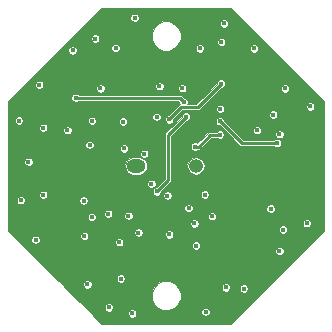
<source format=gbr>
G04 #@! TF.GenerationSoftware,KiCad,Pcbnew,(5.0.0)*
G04 #@! TF.CreationDate,2019-03-24T09:47:22+01:00*
G04 #@! TF.ProjectId,photoDiode_MDversion1.2,70686F746F44696F64655F4D44766572,rev?*
G04 #@! TF.SameCoordinates,Original*
G04 #@! TF.FileFunction,Copper,L2,Inr,Signal*
G04 #@! TF.FilePolarity,Positive*
%FSLAX46Y46*%
G04 Gerber Fmt 4.6, Leading zero omitted, Abs format (unit mm)*
G04 Created by KiCad (PCBNEW (5.0.0)) date 03/24/19 09:47:22*
%MOMM*%
%LPD*%
G01*
G04 APERTURE LIST*
G04 #@! TA.AperFunction,ViaPad*
%ADD10O,1.600000X1.200000*%
G04 #@! TD*
G04 #@! TA.AperFunction,ViaPad*
%ADD11O,1.200000X1.200000*%
G04 #@! TD*
G04 #@! TA.AperFunction,ViaPad*
%ADD12C,0.450000*%
G04 #@! TD*
G04 #@! TA.AperFunction,Conductor*
%ADD13C,0.250000*%
G04 #@! TD*
G04 #@! TA.AperFunction,Conductor*
%ADD14C,0.088900*%
G04 #@! TD*
G04 APERTURE END LIST*
D10*
G04 #@! TO.N,Net-(C2-Pad2)*
G04 #@! TO.C,D1*
X147460000Y-95000000D03*
D11*
G04 #@! TO.N,GND*
X152540000Y-95000000D03*
G04 #@! TD*
D12*
G04 #@! TO.N,+5V*
X161170000Y-95000000D03*
X157430000Y-97955000D03*
G04 #@! TO.N,GND*
X154660000Y-84510000D03*
X159900000Y-100400000D03*
X155060000Y-105280000D03*
X145720000Y-85010000D03*
X144000000Y-84220000D03*
X137540000Y-91160000D03*
X138350000Y-94650000D03*
X137700000Y-97900000D03*
X143330000Y-105020000D03*
X146170000Y-104540000D03*
X145150000Y-106970000D03*
X147130000Y-107480000D03*
X153350000Y-107360000D03*
X156580000Y-105380000D03*
X159600000Y-102210000D03*
X161910000Y-99850000D03*
X158860000Y-98620000D03*
X162200000Y-89960000D03*
X159070000Y-90660000D03*
X160070000Y-88440000D03*
X157450000Y-85040000D03*
X154910000Y-82940000D03*
X152860000Y-85040000D03*
X147340000Y-82460000D03*
X142080000Y-85210000D03*
X139260000Y-88130000D03*
X138950000Y-101260000D03*
X159590000Y-92310000D03*
X143070000Y-100940000D03*
X145100000Y-99050000D03*
X146030000Y-101460000D03*
X146810000Y-99230000D03*
X152530000Y-101750000D03*
X153890000Y-99260000D03*
X150260000Y-100790000D03*
X150120000Y-97510000D03*
X148750000Y-96510000D03*
X148150000Y-93980000D03*
X146440000Y-93510000D03*
X143520000Y-93220000D03*
X141650000Y-91970000D03*
X144440000Y-88430000D03*
X143720000Y-91180000D03*
X149190000Y-90850000D03*
X149440000Y-88250000D03*
X151360000Y-88420000D03*
X154580000Y-90160000D03*
X157700000Y-91970000D03*
X143010000Y-97940000D03*
X153280000Y-97430000D03*
X143710000Y-99330000D03*
X139600000Y-91770000D03*
X139600000Y-97450000D03*
X146350000Y-91240000D03*
X151900000Y-98570000D03*
X152390000Y-99870000D03*
X147660000Y-100640000D03*
G04 #@! TO.N,/A*
X149210000Y-97160000D03*
X151690000Y-90830000D03*
X154550000Y-91210000D03*
X159410000Y-93060000D03*
G04 #@! TO.N,Net-(C4-Pad1)*
X142350000Y-89240000D03*
X151490000Y-89580000D03*
G04 #@! TO.N,/Ref2*
X152430000Y-93360000D03*
X154550000Y-92350000D03*
G04 #@! TO.N,/Ref1*
X154650000Y-88040000D03*
X150260000Y-91050000D03*
G04 #@! TD*
D13*
G04 #@! TO.N,/A*
X150170000Y-96200000D02*
X149210000Y-97160000D01*
X151690000Y-90830000D02*
X150170000Y-92350000D01*
X150170000Y-92350000D02*
X150170000Y-96200000D01*
X156400000Y-93060000D02*
X159410000Y-93060000D01*
X154550000Y-91210000D02*
X156400000Y-93060000D01*
G04 #@! TO.N,Net-(C4-Pad1)*
X142350000Y-89240000D02*
X151150000Y-89240000D01*
X151150000Y-89240000D02*
X151490000Y-89580000D01*
G04 #@! TO.N,/Ref2*
X152748198Y-93360000D02*
X153758198Y-92350000D01*
X152430000Y-93360000D02*
X152748198Y-93360000D01*
X153758198Y-92350000D02*
X154550000Y-92350000D01*
G04 #@! TO.N,/Ref1*
X152671099Y-90018901D02*
X151261099Y-90018901D01*
X154650000Y-88040000D02*
X152671099Y-90018901D01*
X151261099Y-90018901D02*
X150260000Y-91020000D01*
X150260000Y-91020000D02*
X150260000Y-91050000D01*
G04 #@! TD*
D14*
G04 #@! TO.N,+5V*
G36*
X163346483Y-89471707D02*
X163346482Y-100528294D01*
X155528295Y-108346482D01*
X144471706Y-108346482D01*
X143533944Y-107408720D01*
X146771650Y-107408720D01*
X146771650Y-107551280D01*
X146826206Y-107682989D01*
X146927011Y-107783794D01*
X147058720Y-107838350D01*
X147201280Y-107838350D01*
X147332989Y-107783794D01*
X147433794Y-107682989D01*
X147488350Y-107551280D01*
X147488350Y-107408720D01*
X147438645Y-107288720D01*
X152991650Y-107288720D01*
X152991650Y-107431280D01*
X153046206Y-107562989D01*
X153147011Y-107663794D01*
X153278720Y-107718350D01*
X153421280Y-107718350D01*
X153552989Y-107663794D01*
X153653794Y-107562989D01*
X153708350Y-107431280D01*
X153708350Y-107288720D01*
X153653794Y-107157011D01*
X153552989Y-107056206D01*
X153421280Y-107001650D01*
X153278720Y-107001650D01*
X153147011Y-107056206D01*
X153046206Y-107157011D01*
X152991650Y-107288720D01*
X147438645Y-107288720D01*
X147433794Y-107277011D01*
X147332989Y-107176206D01*
X147201280Y-107121650D01*
X147058720Y-107121650D01*
X146927011Y-107176206D01*
X146826206Y-107277011D01*
X146771650Y-107408720D01*
X143533944Y-107408720D01*
X143023944Y-106898720D01*
X144791650Y-106898720D01*
X144791650Y-107041280D01*
X144846206Y-107172989D01*
X144947011Y-107273794D01*
X145078720Y-107328350D01*
X145221280Y-107328350D01*
X145352989Y-107273794D01*
X145453794Y-107172989D01*
X145508350Y-107041280D01*
X145508350Y-106898720D01*
X145453794Y-106767011D01*
X145352989Y-106666206D01*
X145221280Y-106611650D01*
X145078720Y-106611650D01*
X144947011Y-106666206D01*
X144846206Y-106767011D01*
X144791650Y-106898720D01*
X143023944Y-106898720D01*
X141879895Y-105754671D01*
X148766650Y-105754671D01*
X148766650Y-106245329D01*
X148954416Y-106698637D01*
X149301363Y-107045584D01*
X149754671Y-107233350D01*
X150245329Y-107233350D01*
X150698637Y-107045584D01*
X151045584Y-106698637D01*
X151233350Y-106245329D01*
X151233350Y-105754671D01*
X151045584Y-105301363D01*
X150952941Y-105208720D01*
X154701650Y-105208720D01*
X154701650Y-105351280D01*
X154756206Y-105482989D01*
X154857011Y-105583794D01*
X154988720Y-105638350D01*
X155131280Y-105638350D01*
X155262989Y-105583794D01*
X155363794Y-105482989D01*
X155418350Y-105351280D01*
X155418350Y-105308720D01*
X156221650Y-105308720D01*
X156221650Y-105451280D01*
X156276206Y-105582989D01*
X156377011Y-105683794D01*
X156508720Y-105738350D01*
X156651280Y-105738350D01*
X156782989Y-105683794D01*
X156883794Y-105582989D01*
X156938350Y-105451280D01*
X156938350Y-105308720D01*
X156883794Y-105177011D01*
X156782989Y-105076206D01*
X156651280Y-105021650D01*
X156508720Y-105021650D01*
X156377011Y-105076206D01*
X156276206Y-105177011D01*
X156221650Y-105308720D01*
X155418350Y-105308720D01*
X155418350Y-105208720D01*
X155363794Y-105077011D01*
X155262989Y-104976206D01*
X155131280Y-104921650D01*
X154988720Y-104921650D01*
X154857011Y-104976206D01*
X154756206Y-105077011D01*
X154701650Y-105208720D01*
X150952941Y-105208720D01*
X150698637Y-104954416D01*
X150245329Y-104766650D01*
X149754671Y-104766650D01*
X149301363Y-104954416D01*
X148954416Y-105301363D01*
X148766650Y-105754671D01*
X141879895Y-105754671D01*
X141073944Y-104948720D01*
X142971650Y-104948720D01*
X142971650Y-105091280D01*
X143026206Y-105222989D01*
X143127011Y-105323794D01*
X143258720Y-105378350D01*
X143401280Y-105378350D01*
X143532989Y-105323794D01*
X143633794Y-105222989D01*
X143688350Y-105091280D01*
X143688350Y-104948720D01*
X143633794Y-104817011D01*
X143532989Y-104716206D01*
X143401280Y-104661650D01*
X143258720Y-104661650D01*
X143127011Y-104716206D01*
X143026206Y-104817011D01*
X142971650Y-104948720D01*
X141073944Y-104948720D01*
X140593944Y-104468720D01*
X145811650Y-104468720D01*
X145811650Y-104611280D01*
X145866206Y-104742989D01*
X145967011Y-104843794D01*
X146098720Y-104898350D01*
X146241280Y-104898350D01*
X146372989Y-104843794D01*
X146473794Y-104742989D01*
X146528350Y-104611280D01*
X146528350Y-104468720D01*
X146473794Y-104337011D01*
X146372989Y-104236206D01*
X146241280Y-104181650D01*
X146098720Y-104181650D01*
X145967011Y-104236206D01*
X145866206Y-104337011D01*
X145811650Y-104468720D01*
X140593944Y-104468720D01*
X138263944Y-102138720D01*
X159241650Y-102138720D01*
X159241650Y-102281280D01*
X159296206Y-102412989D01*
X159397011Y-102513794D01*
X159528720Y-102568350D01*
X159671280Y-102568350D01*
X159802989Y-102513794D01*
X159903794Y-102412989D01*
X159958350Y-102281280D01*
X159958350Y-102138720D01*
X159903794Y-102007011D01*
X159802989Y-101906206D01*
X159671280Y-101851650D01*
X159528720Y-101851650D01*
X159397011Y-101906206D01*
X159296206Y-102007011D01*
X159241650Y-102138720D01*
X138263944Y-102138720D01*
X137313944Y-101188720D01*
X138591650Y-101188720D01*
X138591650Y-101331280D01*
X138646206Y-101462989D01*
X138747011Y-101563794D01*
X138878720Y-101618350D01*
X139021280Y-101618350D01*
X139152989Y-101563794D01*
X139253794Y-101462989D01*
X139284557Y-101388720D01*
X145671650Y-101388720D01*
X145671650Y-101531280D01*
X145726206Y-101662989D01*
X145827011Y-101763794D01*
X145958720Y-101818350D01*
X146101280Y-101818350D01*
X146232989Y-101763794D01*
X146318063Y-101678720D01*
X152171650Y-101678720D01*
X152171650Y-101821280D01*
X152226206Y-101952989D01*
X152327011Y-102053794D01*
X152458720Y-102108350D01*
X152601280Y-102108350D01*
X152732989Y-102053794D01*
X152833794Y-101952989D01*
X152888350Y-101821280D01*
X152888350Y-101678720D01*
X152833794Y-101547011D01*
X152732989Y-101446206D01*
X152601280Y-101391650D01*
X152458720Y-101391650D01*
X152327011Y-101446206D01*
X152226206Y-101547011D01*
X152171650Y-101678720D01*
X146318063Y-101678720D01*
X146333794Y-101662989D01*
X146388350Y-101531280D01*
X146388350Y-101388720D01*
X146333794Y-101257011D01*
X146232989Y-101156206D01*
X146101280Y-101101650D01*
X145958720Y-101101650D01*
X145827011Y-101156206D01*
X145726206Y-101257011D01*
X145671650Y-101388720D01*
X139284557Y-101388720D01*
X139308350Y-101331280D01*
X139308350Y-101188720D01*
X139253794Y-101057011D01*
X139152989Y-100956206D01*
X139021280Y-100901650D01*
X138878720Y-100901650D01*
X138747011Y-100956206D01*
X138646206Y-101057011D01*
X138591650Y-101188720D01*
X137313944Y-101188720D01*
X136993944Y-100868720D01*
X142711650Y-100868720D01*
X142711650Y-101011280D01*
X142766206Y-101142989D01*
X142867011Y-101243794D01*
X142998720Y-101298350D01*
X143141280Y-101298350D01*
X143272989Y-101243794D01*
X143373794Y-101142989D01*
X143428350Y-101011280D01*
X143428350Y-100868720D01*
X143373794Y-100737011D01*
X143272989Y-100636206D01*
X143141280Y-100581650D01*
X142998720Y-100581650D01*
X142867011Y-100636206D01*
X142766206Y-100737011D01*
X142711650Y-100868720D01*
X136993944Y-100868720D01*
X136693944Y-100568720D01*
X147301650Y-100568720D01*
X147301650Y-100711280D01*
X147356206Y-100842989D01*
X147457011Y-100943794D01*
X147588720Y-100998350D01*
X147731280Y-100998350D01*
X147862989Y-100943794D01*
X147963794Y-100842989D01*
X148015268Y-100718720D01*
X149901650Y-100718720D01*
X149901650Y-100861280D01*
X149956206Y-100992989D01*
X150057011Y-101093794D01*
X150188720Y-101148350D01*
X150331280Y-101148350D01*
X150462989Y-101093794D01*
X150563794Y-100992989D01*
X150618350Y-100861280D01*
X150618350Y-100718720D01*
X150563794Y-100587011D01*
X150462989Y-100486206D01*
X150331280Y-100431650D01*
X150188720Y-100431650D01*
X150057011Y-100486206D01*
X149956206Y-100587011D01*
X149901650Y-100718720D01*
X148015268Y-100718720D01*
X148018350Y-100711280D01*
X148018350Y-100568720D01*
X147963794Y-100437011D01*
X147862989Y-100336206D01*
X147844917Y-100328720D01*
X159541650Y-100328720D01*
X159541650Y-100471280D01*
X159596206Y-100602989D01*
X159697011Y-100703794D01*
X159828720Y-100758350D01*
X159971280Y-100758350D01*
X160102989Y-100703794D01*
X160203794Y-100602989D01*
X160258350Y-100471280D01*
X160258350Y-100328720D01*
X160203794Y-100197011D01*
X160102989Y-100096206D01*
X159971280Y-100041650D01*
X159828720Y-100041650D01*
X159697011Y-100096206D01*
X159596206Y-100197011D01*
X159541650Y-100328720D01*
X147844917Y-100328720D01*
X147731280Y-100281650D01*
X147588720Y-100281650D01*
X147457011Y-100336206D01*
X147356206Y-100437011D01*
X147301650Y-100568720D01*
X136693944Y-100568720D01*
X136653518Y-100528295D01*
X136653518Y-99798720D01*
X152031650Y-99798720D01*
X152031650Y-99941280D01*
X152086206Y-100072989D01*
X152187011Y-100173794D01*
X152318720Y-100228350D01*
X152461280Y-100228350D01*
X152592989Y-100173794D01*
X152693794Y-100072989D01*
X152748350Y-99941280D01*
X152748350Y-99798720D01*
X152740066Y-99778720D01*
X161551650Y-99778720D01*
X161551650Y-99921280D01*
X161606206Y-100052989D01*
X161707011Y-100153794D01*
X161838720Y-100208350D01*
X161981280Y-100208350D01*
X162112989Y-100153794D01*
X162213794Y-100052989D01*
X162268350Y-99921280D01*
X162268350Y-99778720D01*
X162213794Y-99647011D01*
X162112989Y-99546206D01*
X161981280Y-99491650D01*
X161838720Y-99491650D01*
X161707011Y-99546206D01*
X161606206Y-99647011D01*
X161551650Y-99778720D01*
X152740066Y-99778720D01*
X152693794Y-99667011D01*
X152592989Y-99566206D01*
X152461280Y-99511650D01*
X152318720Y-99511650D01*
X152187011Y-99566206D01*
X152086206Y-99667011D01*
X152031650Y-99798720D01*
X136653518Y-99798720D01*
X136653518Y-99258720D01*
X143351650Y-99258720D01*
X143351650Y-99401280D01*
X143406206Y-99532989D01*
X143507011Y-99633794D01*
X143638720Y-99688350D01*
X143781280Y-99688350D01*
X143912989Y-99633794D01*
X144013794Y-99532989D01*
X144068350Y-99401280D01*
X144068350Y-99258720D01*
X144013794Y-99127011D01*
X143912989Y-99026206D01*
X143798349Y-98978720D01*
X144741650Y-98978720D01*
X144741650Y-99121280D01*
X144796206Y-99252989D01*
X144897011Y-99353794D01*
X145028720Y-99408350D01*
X145171280Y-99408350D01*
X145302989Y-99353794D01*
X145403794Y-99252989D01*
X145442841Y-99158720D01*
X146451650Y-99158720D01*
X146451650Y-99301280D01*
X146506206Y-99432989D01*
X146607011Y-99533794D01*
X146738720Y-99588350D01*
X146881280Y-99588350D01*
X147012989Y-99533794D01*
X147113794Y-99432989D01*
X147168350Y-99301280D01*
X147168350Y-99188720D01*
X153531650Y-99188720D01*
X153531650Y-99331280D01*
X153586206Y-99462989D01*
X153687011Y-99563794D01*
X153818720Y-99618350D01*
X153961280Y-99618350D01*
X154092989Y-99563794D01*
X154193794Y-99462989D01*
X154248350Y-99331280D01*
X154248350Y-99188720D01*
X154193794Y-99057011D01*
X154092989Y-98956206D01*
X153961280Y-98901650D01*
X153818720Y-98901650D01*
X153687011Y-98956206D01*
X153586206Y-99057011D01*
X153531650Y-99188720D01*
X147168350Y-99188720D01*
X147168350Y-99158720D01*
X147113794Y-99027011D01*
X147012989Y-98926206D01*
X146881280Y-98871650D01*
X146738720Y-98871650D01*
X146607011Y-98926206D01*
X146506206Y-99027011D01*
X146451650Y-99158720D01*
X145442841Y-99158720D01*
X145458350Y-99121280D01*
X145458350Y-98978720D01*
X145403794Y-98847011D01*
X145302989Y-98746206D01*
X145171280Y-98691650D01*
X145028720Y-98691650D01*
X144897011Y-98746206D01*
X144796206Y-98847011D01*
X144741650Y-98978720D01*
X143798349Y-98978720D01*
X143781280Y-98971650D01*
X143638720Y-98971650D01*
X143507011Y-99026206D01*
X143406206Y-99127011D01*
X143351650Y-99258720D01*
X136653518Y-99258720D01*
X136653518Y-98498720D01*
X151541650Y-98498720D01*
X151541650Y-98641280D01*
X151596206Y-98772989D01*
X151697011Y-98873794D01*
X151828720Y-98928350D01*
X151971280Y-98928350D01*
X152102989Y-98873794D01*
X152203794Y-98772989D01*
X152258350Y-98641280D01*
X152258350Y-98548720D01*
X158501650Y-98548720D01*
X158501650Y-98691280D01*
X158556206Y-98822989D01*
X158657011Y-98923794D01*
X158788720Y-98978350D01*
X158931280Y-98978350D01*
X159062989Y-98923794D01*
X159163794Y-98822989D01*
X159218350Y-98691280D01*
X159218350Y-98548720D01*
X159163794Y-98417011D01*
X159062989Y-98316206D01*
X158931280Y-98261650D01*
X158788720Y-98261650D01*
X158657011Y-98316206D01*
X158556206Y-98417011D01*
X158501650Y-98548720D01*
X152258350Y-98548720D01*
X152258350Y-98498720D01*
X152203794Y-98367011D01*
X152102989Y-98266206D01*
X151971280Y-98211650D01*
X151828720Y-98211650D01*
X151697011Y-98266206D01*
X151596206Y-98367011D01*
X151541650Y-98498720D01*
X136653518Y-98498720D01*
X136653518Y-97828720D01*
X137341650Y-97828720D01*
X137341650Y-97971280D01*
X137396206Y-98102989D01*
X137497011Y-98203794D01*
X137628720Y-98258350D01*
X137771280Y-98258350D01*
X137902989Y-98203794D01*
X138003794Y-98102989D01*
X138058350Y-97971280D01*
X138058350Y-97868720D01*
X142651650Y-97868720D01*
X142651650Y-98011280D01*
X142706206Y-98142989D01*
X142807011Y-98243794D01*
X142938720Y-98298350D01*
X143081280Y-98298350D01*
X143212989Y-98243794D01*
X143313794Y-98142989D01*
X143368350Y-98011280D01*
X143368350Y-97868720D01*
X143313794Y-97737011D01*
X143212989Y-97636206D01*
X143081280Y-97581650D01*
X142938720Y-97581650D01*
X142807011Y-97636206D01*
X142706206Y-97737011D01*
X142651650Y-97868720D01*
X138058350Y-97868720D01*
X138058350Y-97828720D01*
X138003794Y-97697011D01*
X137902989Y-97596206D01*
X137771280Y-97541650D01*
X137628720Y-97541650D01*
X137497011Y-97596206D01*
X137396206Y-97697011D01*
X137341650Y-97828720D01*
X136653518Y-97828720D01*
X136653518Y-97378720D01*
X139241650Y-97378720D01*
X139241650Y-97521280D01*
X139296206Y-97652989D01*
X139397011Y-97753794D01*
X139528720Y-97808350D01*
X139671280Y-97808350D01*
X139802989Y-97753794D01*
X139903794Y-97652989D01*
X139958350Y-97521280D01*
X139958350Y-97378720D01*
X139903794Y-97247011D01*
X139802989Y-97146206D01*
X139671280Y-97091650D01*
X139528720Y-97091650D01*
X139397011Y-97146206D01*
X139296206Y-97247011D01*
X139241650Y-97378720D01*
X136653518Y-97378720D01*
X136653518Y-97088720D01*
X148851650Y-97088720D01*
X148851650Y-97231280D01*
X148906206Y-97362989D01*
X149007011Y-97463794D01*
X149138720Y-97518350D01*
X149281280Y-97518350D01*
X149412989Y-97463794D01*
X149438063Y-97438720D01*
X149761650Y-97438720D01*
X149761650Y-97581280D01*
X149816206Y-97712989D01*
X149917011Y-97813794D01*
X150048720Y-97868350D01*
X150191280Y-97868350D01*
X150322989Y-97813794D01*
X150423794Y-97712989D01*
X150478350Y-97581280D01*
X150478350Y-97438720D01*
X150445213Y-97358720D01*
X152921650Y-97358720D01*
X152921650Y-97501280D01*
X152976206Y-97632989D01*
X153077011Y-97733794D01*
X153208720Y-97788350D01*
X153351280Y-97788350D01*
X153482989Y-97733794D01*
X153583794Y-97632989D01*
X153638350Y-97501280D01*
X153638350Y-97358720D01*
X153583794Y-97227011D01*
X153482989Y-97126206D01*
X153351280Y-97071650D01*
X153208720Y-97071650D01*
X153077011Y-97126206D01*
X152976206Y-97227011D01*
X152921650Y-97358720D01*
X150445213Y-97358720D01*
X150423794Y-97307011D01*
X150322989Y-97206206D01*
X150191280Y-97151650D01*
X150048720Y-97151650D01*
X149917011Y-97206206D01*
X149816206Y-97307011D01*
X149761650Y-97438720D01*
X149438063Y-97438720D01*
X149513794Y-97362989D01*
X149568350Y-97231280D01*
X149568350Y-97167011D01*
X150334688Y-96400674D01*
X150356260Y-96386260D01*
X150413360Y-96300803D01*
X150428350Y-96225443D01*
X150433411Y-96200001D01*
X150428350Y-96174559D01*
X150428350Y-95000000D01*
X151792283Y-95000000D01*
X151849200Y-95286139D01*
X152011284Y-95528716D01*
X152253861Y-95690800D01*
X152467773Y-95733350D01*
X152612227Y-95733350D01*
X152826139Y-95690800D01*
X153068716Y-95528716D01*
X153230800Y-95286139D01*
X153287717Y-95000000D01*
X153230800Y-94713861D01*
X153068716Y-94471284D01*
X152826139Y-94309200D01*
X152612227Y-94266650D01*
X152467773Y-94266650D01*
X152253861Y-94309200D01*
X152011284Y-94471284D01*
X151849200Y-94713861D01*
X151792283Y-95000000D01*
X150428350Y-95000000D01*
X150428350Y-93288720D01*
X152071650Y-93288720D01*
X152071650Y-93431280D01*
X152126206Y-93562989D01*
X152227011Y-93663794D01*
X152358720Y-93718350D01*
X152501280Y-93718350D01*
X152632989Y-93663794D01*
X152678433Y-93618350D01*
X152722756Y-93618350D01*
X152748198Y-93623411D01*
X152773640Y-93618350D01*
X152773641Y-93618350D01*
X152849001Y-93603360D01*
X152934458Y-93546260D01*
X152948873Y-93524686D01*
X153865210Y-92608350D01*
X154301567Y-92608350D01*
X154347011Y-92653794D01*
X154478720Y-92708350D01*
X154621280Y-92708350D01*
X154752989Y-92653794D01*
X154853794Y-92552989D01*
X154908350Y-92421280D01*
X154908350Y-92278720D01*
X154853794Y-92147011D01*
X154752989Y-92046206D01*
X154621280Y-91991650D01*
X154478720Y-91991650D01*
X154347011Y-92046206D01*
X154301567Y-92091650D01*
X153783641Y-92091650D01*
X153758198Y-92086589D01*
X153732755Y-92091650D01*
X153657395Y-92106640D01*
X153571938Y-92163740D01*
X153557526Y-92185310D01*
X152659810Y-93083027D01*
X152632989Y-93056206D01*
X152501280Y-93001650D01*
X152358720Y-93001650D01*
X152227011Y-93056206D01*
X152126206Y-93157011D01*
X152071650Y-93288720D01*
X150428350Y-93288720D01*
X150428350Y-92457011D01*
X151697012Y-91188350D01*
X151761280Y-91188350D01*
X151881096Y-91138720D01*
X154191650Y-91138720D01*
X154191650Y-91281280D01*
X154246206Y-91412989D01*
X154347011Y-91513794D01*
X154478720Y-91568350D01*
X154542989Y-91568350D01*
X156199327Y-93224689D01*
X156213740Y-93246260D01*
X156299197Y-93303360D01*
X156374557Y-93318350D01*
X156399999Y-93323411D01*
X156425441Y-93318350D01*
X159161567Y-93318350D01*
X159207011Y-93363794D01*
X159338720Y-93418350D01*
X159481280Y-93418350D01*
X159612989Y-93363794D01*
X159713794Y-93262989D01*
X159768350Y-93131280D01*
X159768350Y-92988720D01*
X159713794Y-92857011D01*
X159612989Y-92756206D01*
X159481280Y-92701650D01*
X159338720Y-92701650D01*
X159207011Y-92756206D01*
X159161567Y-92801650D01*
X156507012Y-92801650D01*
X155604082Y-91898720D01*
X157341650Y-91898720D01*
X157341650Y-92041280D01*
X157396206Y-92172989D01*
X157497011Y-92273794D01*
X157628720Y-92328350D01*
X157771280Y-92328350D01*
X157902989Y-92273794D01*
X157938063Y-92238720D01*
X159231650Y-92238720D01*
X159231650Y-92381280D01*
X159286206Y-92512989D01*
X159387011Y-92613794D01*
X159518720Y-92668350D01*
X159661280Y-92668350D01*
X159792989Y-92613794D01*
X159893794Y-92512989D01*
X159948350Y-92381280D01*
X159948350Y-92238720D01*
X159893794Y-92107011D01*
X159792989Y-92006206D01*
X159661280Y-91951650D01*
X159518720Y-91951650D01*
X159387011Y-92006206D01*
X159286206Y-92107011D01*
X159231650Y-92238720D01*
X157938063Y-92238720D01*
X158003794Y-92172989D01*
X158058350Y-92041280D01*
X158058350Y-91898720D01*
X158003794Y-91767011D01*
X157902989Y-91666206D01*
X157771280Y-91611650D01*
X157628720Y-91611650D01*
X157497011Y-91666206D01*
X157396206Y-91767011D01*
X157341650Y-91898720D01*
X155604082Y-91898720D01*
X154908350Y-91202989D01*
X154908350Y-91138720D01*
X154853794Y-91007011D01*
X154752989Y-90906206D01*
X154621280Y-90851650D01*
X154478720Y-90851650D01*
X154347011Y-90906206D01*
X154246206Y-91007011D01*
X154191650Y-91138720D01*
X151881096Y-91138720D01*
X151892989Y-91133794D01*
X151993794Y-91032989D01*
X152048350Y-90901280D01*
X152048350Y-90758720D01*
X151993794Y-90627011D01*
X151955503Y-90588720D01*
X158711650Y-90588720D01*
X158711650Y-90731280D01*
X158766206Y-90862989D01*
X158867011Y-90963794D01*
X158998720Y-91018350D01*
X159141280Y-91018350D01*
X159272989Y-90963794D01*
X159373794Y-90862989D01*
X159428350Y-90731280D01*
X159428350Y-90588720D01*
X159373794Y-90457011D01*
X159272989Y-90356206D01*
X159141280Y-90301650D01*
X158998720Y-90301650D01*
X158867011Y-90356206D01*
X158766206Y-90457011D01*
X158711650Y-90588720D01*
X151955503Y-90588720D01*
X151892989Y-90526206D01*
X151761280Y-90471650D01*
X151618720Y-90471650D01*
X151487011Y-90526206D01*
X151386206Y-90627011D01*
X151331650Y-90758720D01*
X151331650Y-90822988D01*
X150005314Y-92149325D01*
X149983740Y-92163740D01*
X149926640Y-92249198D01*
X149921748Y-92273794D01*
X149906589Y-92350000D01*
X149911650Y-92375442D01*
X149911651Y-96092987D01*
X149202989Y-96801650D01*
X149138720Y-96801650D01*
X149007011Y-96856206D01*
X148906206Y-96957011D01*
X148851650Y-97088720D01*
X136653518Y-97088720D01*
X136653518Y-96438720D01*
X148391650Y-96438720D01*
X148391650Y-96581280D01*
X148446206Y-96712989D01*
X148547011Y-96813794D01*
X148678720Y-96868350D01*
X148821280Y-96868350D01*
X148952989Y-96813794D01*
X149053794Y-96712989D01*
X149108350Y-96581280D01*
X149108350Y-96438720D01*
X149053794Y-96307011D01*
X148952989Y-96206206D01*
X148821280Y-96151650D01*
X148678720Y-96151650D01*
X148547011Y-96206206D01*
X148446206Y-96307011D01*
X148391650Y-96438720D01*
X136653518Y-96438720D01*
X136653518Y-94578720D01*
X137991650Y-94578720D01*
X137991650Y-94721280D01*
X138046206Y-94852989D01*
X138147011Y-94953794D01*
X138278720Y-95008350D01*
X138421280Y-95008350D01*
X138441438Y-95000000D01*
X146512283Y-95000000D01*
X146569200Y-95286139D01*
X146731284Y-95528716D01*
X146973861Y-95690800D01*
X147187773Y-95733350D01*
X147732227Y-95733350D01*
X147946139Y-95690800D01*
X148188716Y-95528716D01*
X148350800Y-95286139D01*
X148407717Y-95000000D01*
X148350800Y-94713861D01*
X148188716Y-94471284D01*
X147946139Y-94309200D01*
X147732227Y-94266650D01*
X147187773Y-94266650D01*
X146973861Y-94309200D01*
X146731284Y-94471284D01*
X146569200Y-94713861D01*
X146512283Y-95000000D01*
X138441438Y-95000000D01*
X138552989Y-94953794D01*
X138653794Y-94852989D01*
X138708350Y-94721280D01*
X138708350Y-94578720D01*
X138653794Y-94447011D01*
X138552989Y-94346206D01*
X138421280Y-94291650D01*
X138278720Y-94291650D01*
X138147011Y-94346206D01*
X138046206Y-94447011D01*
X137991650Y-94578720D01*
X136653518Y-94578720D01*
X136653518Y-93908720D01*
X147791650Y-93908720D01*
X147791650Y-94051280D01*
X147846206Y-94182989D01*
X147947011Y-94283794D01*
X148078720Y-94338350D01*
X148221280Y-94338350D01*
X148352989Y-94283794D01*
X148453794Y-94182989D01*
X148508350Y-94051280D01*
X148508350Y-93908720D01*
X148453794Y-93777011D01*
X148352989Y-93676206D01*
X148221280Y-93621650D01*
X148078720Y-93621650D01*
X147947011Y-93676206D01*
X147846206Y-93777011D01*
X147791650Y-93908720D01*
X136653518Y-93908720D01*
X136653518Y-93148720D01*
X143161650Y-93148720D01*
X143161650Y-93291280D01*
X143216206Y-93422989D01*
X143317011Y-93523794D01*
X143448720Y-93578350D01*
X143591280Y-93578350D01*
X143722989Y-93523794D01*
X143808063Y-93438720D01*
X146081650Y-93438720D01*
X146081650Y-93581280D01*
X146136206Y-93712989D01*
X146237011Y-93813794D01*
X146368720Y-93868350D01*
X146511280Y-93868350D01*
X146642989Y-93813794D01*
X146743794Y-93712989D01*
X146798350Y-93581280D01*
X146798350Y-93438720D01*
X146743794Y-93307011D01*
X146642989Y-93206206D01*
X146511280Y-93151650D01*
X146368720Y-93151650D01*
X146237011Y-93206206D01*
X146136206Y-93307011D01*
X146081650Y-93438720D01*
X143808063Y-93438720D01*
X143823794Y-93422989D01*
X143878350Y-93291280D01*
X143878350Y-93148720D01*
X143823794Y-93017011D01*
X143722989Y-92916206D01*
X143591280Y-92861650D01*
X143448720Y-92861650D01*
X143317011Y-92916206D01*
X143216206Y-93017011D01*
X143161650Y-93148720D01*
X136653518Y-93148720D01*
X136653518Y-91698720D01*
X139241650Y-91698720D01*
X139241650Y-91841280D01*
X139296206Y-91972989D01*
X139397011Y-92073794D01*
X139528720Y-92128350D01*
X139671280Y-92128350D01*
X139802989Y-92073794D01*
X139903794Y-91972989D01*
X139934557Y-91898720D01*
X141291650Y-91898720D01*
X141291650Y-92041280D01*
X141346206Y-92172989D01*
X141447011Y-92273794D01*
X141578720Y-92328350D01*
X141721280Y-92328350D01*
X141852989Y-92273794D01*
X141953794Y-92172989D01*
X142008350Y-92041280D01*
X142008350Y-91898720D01*
X141953794Y-91767011D01*
X141852989Y-91666206D01*
X141721280Y-91611650D01*
X141578720Y-91611650D01*
X141447011Y-91666206D01*
X141346206Y-91767011D01*
X141291650Y-91898720D01*
X139934557Y-91898720D01*
X139958350Y-91841280D01*
X139958350Y-91698720D01*
X139903794Y-91567011D01*
X139802989Y-91466206D01*
X139671280Y-91411650D01*
X139528720Y-91411650D01*
X139397011Y-91466206D01*
X139296206Y-91567011D01*
X139241650Y-91698720D01*
X136653518Y-91698720D01*
X136653518Y-91088720D01*
X137181650Y-91088720D01*
X137181650Y-91231280D01*
X137236206Y-91362989D01*
X137337011Y-91463794D01*
X137468720Y-91518350D01*
X137611280Y-91518350D01*
X137742989Y-91463794D01*
X137843794Y-91362989D01*
X137898350Y-91231280D01*
X137898350Y-91108720D01*
X143361650Y-91108720D01*
X143361650Y-91251280D01*
X143416206Y-91382989D01*
X143517011Y-91483794D01*
X143648720Y-91538350D01*
X143791280Y-91538350D01*
X143922989Y-91483794D01*
X144023794Y-91382989D01*
X144078350Y-91251280D01*
X144078350Y-91168720D01*
X145991650Y-91168720D01*
X145991650Y-91311280D01*
X146046206Y-91442989D01*
X146147011Y-91543794D01*
X146278720Y-91598350D01*
X146421280Y-91598350D01*
X146552989Y-91543794D01*
X146653794Y-91442989D01*
X146708350Y-91311280D01*
X146708350Y-91168720D01*
X146653794Y-91037011D01*
X146552989Y-90936206D01*
X146421280Y-90881650D01*
X146278720Y-90881650D01*
X146147011Y-90936206D01*
X146046206Y-91037011D01*
X145991650Y-91168720D01*
X144078350Y-91168720D01*
X144078350Y-91108720D01*
X144023794Y-90977011D01*
X143922989Y-90876206D01*
X143791280Y-90821650D01*
X143648720Y-90821650D01*
X143517011Y-90876206D01*
X143416206Y-90977011D01*
X143361650Y-91108720D01*
X137898350Y-91108720D01*
X137898350Y-91088720D01*
X137843794Y-90957011D01*
X137742989Y-90856206D01*
X137611280Y-90801650D01*
X137468720Y-90801650D01*
X137337011Y-90856206D01*
X137236206Y-90957011D01*
X137181650Y-91088720D01*
X136653518Y-91088720D01*
X136653518Y-90778720D01*
X148831650Y-90778720D01*
X148831650Y-90921280D01*
X148886206Y-91052989D01*
X148987011Y-91153794D01*
X149118720Y-91208350D01*
X149261280Y-91208350D01*
X149392989Y-91153794D01*
X149493794Y-91052989D01*
X149548350Y-90921280D01*
X149548350Y-90778720D01*
X149493794Y-90647011D01*
X149392989Y-90546206D01*
X149261280Y-90491650D01*
X149118720Y-90491650D01*
X148987011Y-90546206D01*
X148886206Y-90647011D01*
X148831650Y-90778720D01*
X136653518Y-90778720D01*
X136653518Y-89471705D01*
X136956503Y-89168720D01*
X141991650Y-89168720D01*
X141991650Y-89311280D01*
X142046206Y-89442989D01*
X142147011Y-89543794D01*
X142278720Y-89598350D01*
X142421280Y-89598350D01*
X142552989Y-89543794D01*
X142598433Y-89498350D01*
X151042989Y-89498350D01*
X151131650Y-89587011D01*
X151131650Y-89651280D01*
X151181383Y-89771346D01*
X151160296Y-89775541D01*
X151074839Y-89832641D01*
X151060427Y-89854211D01*
X150222989Y-90691650D01*
X150188720Y-90691650D01*
X150057011Y-90746206D01*
X149956206Y-90847011D01*
X149901650Y-90978720D01*
X149901650Y-91121280D01*
X149956206Y-91252989D01*
X150057011Y-91353794D01*
X150188720Y-91408350D01*
X150331280Y-91408350D01*
X150462989Y-91353794D01*
X150563794Y-91252989D01*
X150618350Y-91121280D01*
X150618350Y-91027011D01*
X151368111Y-90277251D01*
X152645657Y-90277251D01*
X152671099Y-90282312D01*
X152696541Y-90277251D01*
X152696542Y-90277251D01*
X152771902Y-90262261D01*
X152857359Y-90205161D01*
X152871774Y-90183587D01*
X152966641Y-90088720D01*
X154221650Y-90088720D01*
X154221650Y-90231280D01*
X154276206Y-90362989D01*
X154377011Y-90463794D01*
X154508720Y-90518350D01*
X154651280Y-90518350D01*
X154782989Y-90463794D01*
X154883794Y-90362989D01*
X154938350Y-90231280D01*
X154938350Y-90088720D01*
X154883794Y-89957011D01*
X154815503Y-89888720D01*
X161841650Y-89888720D01*
X161841650Y-90031280D01*
X161896206Y-90162989D01*
X161997011Y-90263794D01*
X162128720Y-90318350D01*
X162271280Y-90318350D01*
X162402989Y-90263794D01*
X162503794Y-90162989D01*
X162558350Y-90031280D01*
X162558350Y-89888720D01*
X162503794Y-89757011D01*
X162402989Y-89656206D01*
X162271280Y-89601650D01*
X162128720Y-89601650D01*
X161997011Y-89656206D01*
X161896206Y-89757011D01*
X161841650Y-89888720D01*
X154815503Y-89888720D01*
X154782989Y-89856206D01*
X154651280Y-89801650D01*
X154508720Y-89801650D01*
X154377011Y-89856206D01*
X154276206Y-89957011D01*
X154221650Y-90088720D01*
X152966641Y-90088720D01*
X154657012Y-88398350D01*
X154721280Y-88398350D01*
X154792812Y-88368720D01*
X159711650Y-88368720D01*
X159711650Y-88511280D01*
X159766206Y-88642989D01*
X159867011Y-88743794D01*
X159998720Y-88798350D01*
X160141280Y-88798350D01*
X160272989Y-88743794D01*
X160373794Y-88642989D01*
X160428350Y-88511280D01*
X160428350Y-88368720D01*
X160373794Y-88237011D01*
X160272989Y-88136206D01*
X160141280Y-88081650D01*
X159998720Y-88081650D01*
X159867011Y-88136206D01*
X159766206Y-88237011D01*
X159711650Y-88368720D01*
X154792812Y-88368720D01*
X154852989Y-88343794D01*
X154953794Y-88242989D01*
X155008350Y-88111280D01*
X155008350Y-87968720D01*
X154953794Y-87837011D01*
X154852989Y-87736206D01*
X154721280Y-87681650D01*
X154578720Y-87681650D01*
X154447011Y-87736206D01*
X154346206Y-87837011D01*
X154291650Y-87968720D01*
X154291650Y-88032988D01*
X152564088Y-89760551D01*
X151803088Y-89760551D01*
X151848350Y-89651280D01*
X151848350Y-89508720D01*
X151793794Y-89377011D01*
X151692989Y-89276206D01*
X151561280Y-89221650D01*
X151497011Y-89221650D01*
X151350675Y-89075314D01*
X151336260Y-89053740D01*
X151250803Y-88996640D01*
X151175443Y-88981650D01*
X151175442Y-88981650D01*
X151150000Y-88976589D01*
X151124558Y-88981650D01*
X142598433Y-88981650D01*
X142552989Y-88936206D01*
X142421280Y-88881650D01*
X142278720Y-88881650D01*
X142147011Y-88936206D01*
X142046206Y-89037011D01*
X141991650Y-89168720D01*
X136956503Y-89168720D01*
X138066503Y-88058720D01*
X138901650Y-88058720D01*
X138901650Y-88201280D01*
X138956206Y-88332989D01*
X139057011Y-88433794D01*
X139188720Y-88488350D01*
X139331280Y-88488350D01*
X139462989Y-88433794D01*
X139538063Y-88358720D01*
X144081650Y-88358720D01*
X144081650Y-88501280D01*
X144136206Y-88632989D01*
X144237011Y-88733794D01*
X144368720Y-88788350D01*
X144511280Y-88788350D01*
X144642989Y-88733794D01*
X144743794Y-88632989D01*
X144798350Y-88501280D01*
X144798350Y-88358720D01*
X144743794Y-88227011D01*
X144695503Y-88178720D01*
X149081650Y-88178720D01*
X149081650Y-88321280D01*
X149136206Y-88452989D01*
X149237011Y-88553794D01*
X149368720Y-88608350D01*
X149511280Y-88608350D01*
X149642989Y-88553794D01*
X149743794Y-88452989D01*
X149786983Y-88348720D01*
X151001650Y-88348720D01*
X151001650Y-88491280D01*
X151056206Y-88622989D01*
X151157011Y-88723794D01*
X151288720Y-88778350D01*
X151431280Y-88778350D01*
X151562989Y-88723794D01*
X151663794Y-88622989D01*
X151718350Y-88491280D01*
X151718350Y-88348720D01*
X151663794Y-88217011D01*
X151562989Y-88116206D01*
X151431280Y-88061650D01*
X151288720Y-88061650D01*
X151157011Y-88116206D01*
X151056206Y-88217011D01*
X151001650Y-88348720D01*
X149786983Y-88348720D01*
X149798350Y-88321280D01*
X149798350Y-88178720D01*
X149743794Y-88047011D01*
X149642989Y-87946206D01*
X149511280Y-87891650D01*
X149368720Y-87891650D01*
X149237011Y-87946206D01*
X149136206Y-88047011D01*
X149081650Y-88178720D01*
X144695503Y-88178720D01*
X144642989Y-88126206D01*
X144511280Y-88071650D01*
X144368720Y-88071650D01*
X144237011Y-88126206D01*
X144136206Y-88227011D01*
X144081650Y-88358720D01*
X139538063Y-88358720D01*
X139563794Y-88332989D01*
X139618350Y-88201280D01*
X139618350Y-88058720D01*
X139563794Y-87927011D01*
X139462989Y-87826206D01*
X139331280Y-87771650D01*
X139188720Y-87771650D01*
X139057011Y-87826206D01*
X138956206Y-87927011D01*
X138901650Y-88058720D01*
X138066503Y-88058720D01*
X140986503Y-85138720D01*
X141721650Y-85138720D01*
X141721650Y-85281280D01*
X141776206Y-85412989D01*
X141877011Y-85513794D01*
X142008720Y-85568350D01*
X142151280Y-85568350D01*
X142282989Y-85513794D01*
X142383794Y-85412989D01*
X142438350Y-85281280D01*
X142438350Y-85138720D01*
X142383794Y-85007011D01*
X142315503Y-84938720D01*
X145361650Y-84938720D01*
X145361650Y-85081280D01*
X145416206Y-85212989D01*
X145517011Y-85313794D01*
X145648720Y-85368350D01*
X145791280Y-85368350D01*
X145922989Y-85313794D01*
X146023794Y-85212989D01*
X146078350Y-85081280D01*
X146078350Y-84938720D01*
X146023794Y-84807011D01*
X145922989Y-84706206D01*
X145791280Y-84651650D01*
X145648720Y-84651650D01*
X145517011Y-84706206D01*
X145416206Y-84807011D01*
X145361650Y-84938720D01*
X142315503Y-84938720D01*
X142282989Y-84906206D01*
X142151280Y-84851650D01*
X142008720Y-84851650D01*
X141877011Y-84906206D01*
X141776206Y-85007011D01*
X141721650Y-85138720D01*
X140986503Y-85138720D01*
X141976503Y-84148720D01*
X143641650Y-84148720D01*
X143641650Y-84291280D01*
X143696206Y-84422989D01*
X143797011Y-84523794D01*
X143928720Y-84578350D01*
X144071280Y-84578350D01*
X144202989Y-84523794D01*
X144303794Y-84422989D01*
X144358350Y-84291280D01*
X144358350Y-84148720D01*
X144303794Y-84017011D01*
X144202989Y-83916206D01*
X144071280Y-83861650D01*
X143928720Y-83861650D01*
X143797011Y-83916206D01*
X143696206Y-84017011D01*
X143641650Y-84148720D01*
X141976503Y-84148720D01*
X142370552Y-83754671D01*
X148766650Y-83754671D01*
X148766650Y-84245329D01*
X148954416Y-84698637D01*
X149301363Y-85045584D01*
X149754671Y-85233350D01*
X150245329Y-85233350D01*
X150698637Y-85045584D01*
X150775501Y-84968720D01*
X152501650Y-84968720D01*
X152501650Y-85111280D01*
X152556206Y-85242989D01*
X152657011Y-85343794D01*
X152788720Y-85398350D01*
X152931280Y-85398350D01*
X153062989Y-85343794D01*
X153163794Y-85242989D01*
X153218350Y-85111280D01*
X153218350Y-84968720D01*
X157091650Y-84968720D01*
X157091650Y-85111280D01*
X157146206Y-85242989D01*
X157247011Y-85343794D01*
X157378720Y-85398350D01*
X157521280Y-85398350D01*
X157652989Y-85343794D01*
X157753794Y-85242989D01*
X157808350Y-85111280D01*
X157808350Y-84968720D01*
X157753794Y-84837011D01*
X157652989Y-84736206D01*
X157521280Y-84681650D01*
X157378720Y-84681650D01*
X157247011Y-84736206D01*
X157146206Y-84837011D01*
X157091650Y-84968720D01*
X153218350Y-84968720D01*
X153163794Y-84837011D01*
X153062989Y-84736206D01*
X152931280Y-84681650D01*
X152788720Y-84681650D01*
X152657011Y-84736206D01*
X152556206Y-84837011D01*
X152501650Y-84968720D01*
X150775501Y-84968720D01*
X151045584Y-84698637D01*
X151153244Y-84438720D01*
X154301650Y-84438720D01*
X154301650Y-84581280D01*
X154356206Y-84712989D01*
X154457011Y-84813794D01*
X154588720Y-84868350D01*
X154731280Y-84868350D01*
X154862989Y-84813794D01*
X154963794Y-84712989D01*
X155018350Y-84581280D01*
X155018350Y-84438720D01*
X154963794Y-84307011D01*
X154862989Y-84206206D01*
X154731280Y-84151650D01*
X154588720Y-84151650D01*
X154457011Y-84206206D01*
X154356206Y-84307011D01*
X154301650Y-84438720D01*
X151153244Y-84438720D01*
X151233350Y-84245329D01*
X151233350Y-83754671D01*
X151045584Y-83301363D01*
X150698637Y-82954416D01*
X150491749Y-82868720D01*
X154551650Y-82868720D01*
X154551650Y-83011280D01*
X154606206Y-83142989D01*
X154707011Y-83243794D01*
X154838720Y-83298350D01*
X154981280Y-83298350D01*
X155112989Y-83243794D01*
X155213794Y-83142989D01*
X155268350Y-83011280D01*
X155268350Y-82868720D01*
X155213794Y-82737011D01*
X155112989Y-82636206D01*
X154981280Y-82581650D01*
X154838720Y-82581650D01*
X154707011Y-82636206D01*
X154606206Y-82737011D01*
X154551650Y-82868720D01*
X150491749Y-82868720D01*
X150245329Y-82766650D01*
X149754671Y-82766650D01*
X149301363Y-82954416D01*
X148954416Y-83301363D01*
X148766650Y-83754671D01*
X142370552Y-83754671D01*
X143736503Y-82388720D01*
X146981650Y-82388720D01*
X146981650Y-82531280D01*
X147036206Y-82662989D01*
X147137011Y-82763794D01*
X147268720Y-82818350D01*
X147411280Y-82818350D01*
X147542989Y-82763794D01*
X147643794Y-82662989D01*
X147698350Y-82531280D01*
X147698350Y-82388720D01*
X147643794Y-82257011D01*
X147542989Y-82156206D01*
X147411280Y-82101650D01*
X147268720Y-82101650D01*
X147137011Y-82156206D01*
X147036206Y-82257011D01*
X146981650Y-82388720D01*
X143736503Y-82388720D01*
X144471706Y-81653518D01*
X155528295Y-81653518D01*
X163346483Y-89471707D01*
X163346483Y-89471707D01*
G37*
X163346483Y-89471707D02*
X163346482Y-100528294D01*
X155528295Y-108346482D01*
X144471706Y-108346482D01*
X143533944Y-107408720D01*
X146771650Y-107408720D01*
X146771650Y-107551280D01*
X146826206Y-107682989D01*
X146927011Y-107783794D01*
X147058720Y-107838350D01*
X147201280Y-107838350D01*
X147332989Y-107783794D01*
X147433794Y-107682989D01*
X147488350Y-107551280D01*
X147488350Y-107408720D01*
X147438645Y-107288720D01*
X152991650Y-107288720D01*
X152991650Y-107431280D01*
X153046206Y-107562989D01*
X153147011Y-107663794D01*
X153278720Y-107718350D01*
X153421280Y-107718350D01*
X153552989Y-107663794D01*
X153653794Y-107562989D01*
X153708350Y-107431280D01*
X153708350Y-107288720D01*
X153653794Y-107157011D01*
X153552989Y-107056206D01*
X153421280Y-107001650D01*
X153278720Y-107001650D01*
X153147011Y-107056206D01*
X153046206Y-107157011D01*
X152991650Y-107288720D01*
X147438645Y-107288720D01*
X147433794Y-107277011D01*
X147332989Y-107176206D01*
X147201280Y-107121650D01*
X147058720Y-107121650D01*
X146927011Y-107176206D01*
X146826206Y-107277011D01*
X146771650Y-107408720D01*
X143533944Y-107408720D01*
X143023944Y-106898720D01*
X144791650Y-106898720D01*
X144791650Y-107041280D01*
X144846206Y-107172989D01*
X144947011Y-107273794D01*
X145078720Y-107328350D01*
X145221280Y-107328350D01*
X145352989Y-107273794D01*
X145453794Y-107172989D01*
X145508350Y-107041280D01*
X145508350Y-106898720D01*
X145453794Y-106767011D01*
X145352989Y-106666206D01*
X145221280Y-106611650D01*
X145078720Y-106611650D01*
X144947011Y-106666206D01*
X144846206Y-106767011D01*
X144791650Y-106898720D01*
X143023944Y-106898720D01*
X141879895Y-105754671D01*
X148766650Y-105754671D01*
X148766650Y-106245329D01*
X148954416Y-106698637D01*
X149301363Y-107045584D01*
X149754671Y-107233350D01*
X150245329Y-107233350D01*
X150698637Y-107045584D01*
X151045584Y-106698637D01*
X151233350Y-106245329D01*
X151233350Y-105754671D01*
X151045584Y-105301363D01*
X150952941Y-105208720D01*
X154701650Y-105208720D01*
X154701650Y-105351280D01*
X154756206Y-105482989D01*
X154857011Y-105583794D01*
X154988720Y-105638350D01*
X155131280Y-105638350D01*
X155262989Y-105583794D01*
X155363794Y-105482989D01*
X155418350Y-105351280D01*
X155418350Y-105308720D01*
X156221650Y-105308720D01*
X156221650Y-105451280D01*
X156276206Y-105582989D01*
X156377011Y-105683794D01*
X156508720Y-105738350D01*
X156651280Y-105738350D01*
X156782989Y-105683794D01*
X156883794Y-105582989D01*
X156938350Y-105451280D01*
X156938350Y-105308720D01*
X156883794Y-105177011D01*
X156782989Y-105076206D01*
X156651280Y-105021650D01*
X156508720Y-105021650D01*
X156377011Y-105076206D01*
X156276206Y-105177011D01*
X156221650Y-105308720D01*
X155418350Y-105308720D01*
X155418350Y-105208720D01*
X155363794Y-105077011D01*
X155262989Y-104976206D01*
X155131280Y-104921650D01*
X154988720Y-104921650D01*
X154857011Y-104976206D01*
X154756206Y-105077011D01*
X154701650Y-105208720D01*
X150952941Y-105208720D01*
X150698637Y-104954416D01*
X150245329Y-104766650D01*
X149754671Y-104766650D01*
X149301363Y-104954416D01*
X148954416Y-105301363D01*
X148766650Y-105754671D01*
X141879895Y-105754671D01*
X141073944Y-104948720D01*
X142971650Y-104948720D01*
X142971650Y-105091280D01*
X143026206Y-105222989D01*
X143127011Y-105323794D01*
X143258720Y-105378350D01*
X143401280Y-105378350D01*
X143532989Y-105323794D01*
X143633794Y-105222989D01*
X143688350Y-105091280D01*
X143688350Y-104948720D01*
X143633794Y-104817011D01*
X143532989Y-104716206D01*
X143401280Y-104661650D01*
X143258720Y-104661650D01*
X143127011Y-104716206D01*
X143026206Y-104817011D01*
X142971650Y-104948720D01*
X141073944Y-104948720D01*
X140593944Y-104468720D01*
X145811650Y-104468720D01*
X145811650Y-104611280D01*
X145866206Y-104742989D01*
X145967011Y-104843794D01*
X146098720Y-104898350D01*
X146241280Y-104898350D01*
X146372989Y-104843794D01*
X146473794Y-104742989D01*
X146528350Y-104611280D01*
X146528350Y-104468720D01*
X146473794Y-104337011D01*
X146372989Y-104236206D01*
X146241280Y-104181650D01*
X146098720Y-104181650D01*
X145967011Y-104236206D01*
X145866206Y-104337011D01*
X145811650Y-104468720D01*
X140593944Y-104468720D01*
X138263944Y-102138720D01*
X159241650Y-102138720D01*
X159241650Y-102281280D01*
X159296206Y-102412989D01*
X159397011Y-102513794D01*
X159528720Y-102568350D01*
X159671280Y-102568350D01*
X159802989Y-102513794D01*
X159903794Y-102412989D01*
X159958350Y-102281280D01*
X159958350Y-102138720D01*
X159903794Y-102007011D01*
X159802989Y-101906206D01*
X159671280Y-101851650D01*
X159528720Y-101851650D01*
X159397011Y-101906206D01*
X159296206Y-102007011D01*
X159241650Y-102138720D01*
X138263944Y-102138720D01*
X137313944Y-101188720D01*
X138591650Y-101188720D01*
X138591650Y-101331280D01*
X138646206Y-101462989D01*
X138747011Y-101563794D01*
X138878720Y-101618350D01*
X139021280Y-101618350D01*
X139152989Y-101563794D01*
X139253794Y-101462989D01*
X139284557Y-101388720D01*
X145671650Y-101388720D01*
X145671650Y-101531280D01*
X145726206Y-101662989D01*
X145827011Y-101763794D01*
X145958720Y-101818350D01*
X146101280Y-101818350D01*
X146232989Y-101763794D01*
X146318063Y-101678720D01*
X152171650Y-101678720D01*
X152171650Y-101821280D01*
X152226206Y-101952989D01*
X152327011Y-102053794D01*
X152458720Y-102108350D01*
X152601280Y-102108350D01*
X152732989Y-102053794D01*
X152833794Y-101952989D01*
X152888350Y-101821280D01*
X152888350Y-101678720D01*
X152833794Y-101547011D01*
X152732989Y-101446206D01*
X152601280Y-101391650D01*
X152458720Y-101391650D01*
X152327011Y-101446206D01*
X152226206Y-101547011D01*
X152171650Y-101678720D01*
X146318063Y-101678720D01*
X146333794Y-101662989D01*
X146388350Y-101531280D01*
X146388350Y-101388720D01*
X146333794Y-101257011D01*
X146232989Y-101156206D01*
X146101280Y-101101650D01*
X145958720Y-101101650D01*
X145827011Y-101156206D01*
X145726206Y-101257011D01*
X145671650Y-101388720D01*
X139284557Y-101388720D01*
X139308350Y-101331280D01*
X139308350Y-101188720D01*
X139253794Y-101057011D01*
X139152989Y-100956206D01*
X139021280Y-100901650D01*
X138878720Y-100901650D01*
X138747011Y-100956206D01*
X138646206Y-101057011D01*
X138591650Y-101188720D01*
X137313944Y-101188720D01*
X136993944Y-100868720D01*
X142711650Y-100868720D01*
X142711650Y-101011280D01*
X142766206Y-101142989D01*
X142867011Y-101243794D01*
X142998720Y-101298350D01*
X143141280Y-101298350D01*
X143272989Y-101243794D01*
X143373794Y-101142989D01*
X143428350Y-101011280D01*
X143428350Y-100868720D01*
X143373794Y-100737011D01*
X143272989Y-100636206D01*
X143141280Y-100581650D01*
X142998720Y-100581650D01*
X142867011Y-100636206D01*
X142766206Y-100737011D01*
X142711650Y-100868720D01*
X136993944Y-100868720D01*
X136693944Y-100568720D01*
X147301650Y-100568720D01*
X147301650Y-100711280D01*
X147356206Y-100842989D01*
X147457011Y-100943794D01*
X147588720Y-100998350D01*
X147731280Y-100998350D01*
X147862989Y-100943794D01*
X147963794Y-100842989D01*
X148015268Y-100718720D01*
X149901650Y-100718720D01*
X149901650Y-100861280D01*
X149956206Y-100992989D01*
X150057011Y-101093794D01*
X150188720Y-101148350D01*
X150331280Y-101148350D01*
X150462989Y-101093794D01*
X150563794Y-100992989D01*
X150618350Y-100861280D01*
X150618350Y-100718720D01*
X150563794Y-100587011D01*
X150462989Y-100486206D01*
X150331280Y-100431650D01*
X150188720Y-100431650D01*
X150057011Y-100486206D01*
X149956206Y-100587011D01*
X149901650Y-100718720D01*
X148015268Y-100718720D01*
X148018350Y-100711280D01*
X148018350Y-100568720D01*
X147963794Y-100437011D01*
X147862989Y-100336206D01*
X147844917Y-100328720D01*
X159541650Y-100328720D01*
X159541650Y-100471280D01*
X159596206Y-100602989D01*
X159697011Y-100703794D01*
X159828720Y-100758350D01*
X159971280Y-100758350D01*
X160102989Y-100703794D01*
X160203794Y-100602989D01*
X160258350Y-100471280D01*
X160258350Y-100328720D01*
X160203794Y-100197011D01*
X160102989Y-100096206D01*
X159971280Y-100041650D01*
X159828720Y-100041650D01*
X159697011Y-100096206D01*
X159596206Y-100197011D01*
X159541650Y-100328720D01*
X147844917Y-100328720D01*
X147731280Y-100281650D01*
X147588720Y-100281650D01*
X147457011Y-100336206D01*
X147356206Y-100437011D01*
X147301650Y-100568720D01*
X136693944Y-100568720D01*
X136653518Y-100528295D01*
X136653518Y-99798720D01*
X152031650Y-99798720D01*
X152031650Y-99941280D01*
X152086206Y-100072989D01*
X152187011Y-100173794D01*
X152318720Y-100228350D01*
X152461280Y-100228350D01*
X152592989Y-100173794D01*
X152693794Y-100072989D01*
X152748350Y-99941280D01*
X152748350Y-99798720D01*
X152740066Y-99778720D01*
X161551650Y-99778720D01*
X161551650Y-99921280D01*
X161606206Y-100052989D01*
X161707011Y-100153794D01*
X161838720Y-100208350D01*
X161981280Y-100208350D01*
X162112989Y-100153794D01*
X162213794Y-100052989D01*
X162268350Y-99921280D01*
X162268350Y-99778720D01*
X162213794Y-99647011D01*
X162112989Y-99546206D01*
X161981280Y-99491650D01*
X161838720Y-99491650D01*
X161707011Y-99546206D01*
X161606206Y-99647011D01*
X161551650Y-99778720D01*
X152740066Y-99778720D01*
X152693794Y-99667011D01*
X152592989Y-99566206D01*
X152461280Y-99511650D01*
X152318720Y-99511650D01*
X152187011Y-99566206D01*
X152086206Y-99667011D01*
X152031650Y-99798720D01*
X136653518Y-99798720D01*
X136653518Y-99258720D01*
X143351650Y-99258720D01*
X143351650Y-99401280D01*
X143406206Y-99532989D01*
X143507011Y-99633794D01*
X143638720Y-99688350D01*
X143781280Y-99688350D01*
X143912989Y-99633794D01*
X144013794Y-99532989D01*
X144068350Y-99401280D01*
X144068350Y-99258720D01*
X144013794Y-99127011D01*
X143912989Y-99026206D01*
X143798349Y-98978720D01*
X144741650Y-98978720D01*
X144741650Y-99121280D01*
X144796206Y-99252989D01*
X144897011Y-99353794D01*
X145028720Y-99408350D01*
X145171280Y-99408350D01*
X145302989Y-99353794D01*
X145403794Y-99252989D01*
X145442841Y-99158720D01*
X146451650Y-99158720D01*
X146451650Y-99301280D01*
X146506206Y-99432989D01*
X146607011Y-99533794D01*
X146738720Y-99588350D01*
X146881280Y-99588350D01*
X147012989Y-99533794D01*
X147113794Y-99432989D01*
X147168350Y-99301280D01*
X147168350Y-99188720D01*
X153531650Y-99188720D01*
X153531650Y-99331280D01*
X153586206Y-99462989D01*
X153687011Y-99563794D01*
X153818720Y-99618350D01*
X153961280Y-99618350D01*
X154092989Y-99563794D01*
X154193794Y-99462989D01*
X154248350Y-99331280D01*
X154248350Y-99188720D01*
X154193794Y-99057011D01*
X154092989Y-98956206D01*
X153961280Y-98901650D01*
X153818720Y-98901650D01*
X153687011Y-98956206D01*
X153586206Y-99057011D01*
X153531650Y-99188720D01*
X147168350Y-99188720D01*
X147168350Y-99158720D01*
X147113794Y-99027011D01*
X147012989Y-98926206D01*
X146881280Y-98871650D01*
X146738720Y-98871650D01*
X146607011Y-98926206D01*
X146506206Y-99027011D01*
X146451650Y-99158720D01*
X145442841Y-99158720D01*
X145458350Y-99121280D01*
X145458350Y-98978720D01*
X145403794Y-98847011D01*
X145302989Y-98746206D01*
X145171280Y-98691650D01*
X145028720Y-98691650D01*
X144897011Y-98746206D01*
X144796206Y-98847011D01*
X144741650Y-98978720D01*
X143798349Y-98978720D01*
X143781280Y-98971650D01*
X143638720Y-98971650D01*
X143507011Y-99026206D01*
X143406206Y-99127011D01*
X143351650Y-99258720D01*
X136653518Y-99258720D01*
X136653518Y-98498720D01*
X151541650Y-98498720D01*
X151541650Y-98641280D01*
X151596206Y-98772989D01*
X151697011Y-98873794D01*
X151828720Y-98928350D01*
X151971280Y-98928350D01*
X152102989Y-98873794D01*
X152203794Y-98772989D01*
X152258350Y-98641280D01*
X152258350Y-98548720D01*
X158501650Y-98548720D01*
X158501650Y-98691280D01*
X158556206Y-98822989D01*
X158657011Y-98923794D01*
X158788720Y-98978350D01*
X158931280Y-98978350D01*
X159062989Y-98923794D01*
X159163794Y-98822989D01*
X159218350Y-98691280D01*
X159218350Y-98548720D01*
X159163794Y-98417011D01*
X159062989Y-98316206D01*
X158931280Y-98261650D01*
X158788720Y-98261650D01*
X158657011Y-98316206D01*
X158556206Y-98417011D01*
X158501650Y-98548720D01*
X152258350Y-98548720D01*
X152258350Y-98498720D01*
X152203794Y-98367011D01*
X152102989Y-98266206D01*
X151971280Y-98211650D01*
X151828720Y-98211650D01*
X151697011Y-98266206D01*
X151596206Y-98367011D01*
X151541650Y-98498720D01*
X136653518Y-98498720D01*
X136653518Y-97828720D01*
X137341650Y-97828720D01*
X137341650Y-97971280D01*
X137396206Y-98102989D01*
X137497011Y-98203794D01*
X137628720Y-98258350D01*
X137771280Y-98258350D01*
X137902989Y-98203794D01*
X138003794Y-98102989D01*
X138058350Y-97971280D01*
X138058350Y-97868720D01*
X142651650Y-97868720D01*
X142651650Y-98011280D01*
X142706206Y-98142989D01*
X142807011Y-98243794D01*
X142938720Y-98298350D01*
X143081280Y-98298350D01*
X143212989Y-98243794D01*
X143313794Y-98142989D01*
X143368350Y-98011280D01*
X143368350Y-97868720D01*
X143313794Y-97737011D01*
X143212989Y-97636206D01*
X143081280Y-97581650D01*
X142938720Y-97581650D01*
X142807011Y-97636206D01*
X142706206Y-97737011D01*
X142651650Y-97868720D01*
X138058350Y-97868720D01*
X138058350Y-97828720D01*
X138003794Y-97697011D01*
X137902989Y-97596206D01*
X137771280Y-97541650D01*
X137628720Y-97541650D01*
X137497011Y-97596206D01*
X137396206Y-97697011D01*
X137341650Y-97828720D01*
X136653518Y-97828720D01*
X136653518Y-97378720D01*
X139241650Y-97378720D01*
X139241650Y-97521280D01*
X139296206Y-97652989D01*
X139397011Y-97753794D01*
X139528720Y-97808350D01*
X139671280Y-97808350D01*
X139802989Y-97753794D01*
X139903794Y-97652989D01*
X139958350Y-97521280D01*
X139958350Y-97378720D01*
X139903794Y-97247011D01*
X139802989Y-97146206D01*
X139671280Y-97091650D01*
X139528720Y-97091650D01*
X139397011Y-97146206D01*
X139296206Y-97247011D01*
X139241650Y-97378720D01*
X136653518Y-97378720D01*
X136653518Y-97088720D01*
X148851650Y-97088720D01*
X148851650Y-97231280D01*
X148906206Y-97362989D01*
X149007011Y-97463794D01*
X149138720Y-97518350D01*
X149281280Y-97518350D01*
X149412989Y-97463794D01*
X149438063Y-97438720D01*
X149761650Y-97438720D01*
X149761650Y-97581280D01*
X149816206Y-97712989D01*
X149917011Y-97813794D01*
X150048720Y-97868350D01*
X150191280Y-97868350D01*
X150322989Y-97813794D01*
X150423794Y-97712989D01*
X150478350Y-97581280D01*
X150478350Y-97438720D01*
X150445213Y-97358720D01*
X152921650Y-97358720D01*
X152921650Y-97501280D01*
X152976206Y-97632989D01*
X153077011Y-97733794D01*
X153208720Y-97788350D01*
X153351280Y-97788350D01*
X153482989Y-97733794D01*
X153583794Y-97632989D01*
X153638350Y-97501280D01*
X153638350Y-97358720D01*
X153583794Y-97227011D01*
X153482989Y-97126206D01*
X153351280Y-97071650D01*
X153208720Y-97071650D01*
X153077011Y-97126206D01*
X152976206Y-97227011D01*
X152921650Y-97358720D01*
X150445213Y-97358720D01*
X150423794Y-97307011D01*
X150322989Y-97206206D01*
X150191280Y-97151650D01*
X150048720Y-97151650D01*
X149917011Y-97206206D01*
X149816206Y-97307011D01*
X149761650Y-97438720D01*
X149438063Y-97438720D01*
X149513794Y-97362989D01*
X149568350Y-97231280D01*
X149568350Y-97167011D01*
X150334688Y-96400674D01*
X150356260Y-96386260D01*
X150413360Y-96300803D01*
X150428350Y-96225443D01*
X150433411Y-96200001D01*
X150428350Y-96174559D01*
X150428350Y-95000000D01*
X151792283Y-95000000D01*
X151849200Y-95286139D01*
X152011284Y-95528716D01*
X152253861Y-95690800D01*
X152467773Y-95733350D01*
X152612227Y-95733350D01*
X152826139Y-95690800D01*
X153068716Y-95528716D01*
X153230800Y-95286139D01*
X153287717Y-95000000D01*
X153230800Y-94713861D01*
X153068716Y-94471284D01*
X152826139Y-94309200D01*
X152612227Y-94266650D01*
X152467773Y-94266650D01*
X152253861Y-94309200D01*
X152011284Y-94471284D01*
X151849200Y-94713861D01*
X151792283Y-95000000D01*
X150428350Y-95000000D01*
X150428350Y-93288720D01*
X152071650Y-93288720D01*
X152071650Y-93431280D01*
X152126206Y-93562989D01*
X152227011Y-93663794D01*
X152358720Y-93718350D01*
X152501280Y-93718350D01*
X152632989Y-93663794D01*
X152678433Y-93618350D01*
X152722756Y-93618350D01*
X152748198Y-93623411D01*
X152773640Y-93618350D01*
X152773641Y-93618350D01*
X152849001Y-93603360D01*
X152934458Y-93546260D01*
X152948873Y-93524686D01*
X153865210Y-92608350D01*
X154301567Y-92608350D01*
X154347011Y-92653794D01*
X154478720Y-92708350D01*
X154621280Y-92708350D01*
X154752989Y-92653794D01*
X154853794Y-92552989D01*
X154908350Y-92421280D01*
X154908350Y-92278720D01*
X154853794Y-92147011D01*
X154752989Y-92046206D01*
X154621280Y-91991650D01*
X154478720Y-91991650D01*
X154347011Y-92046206D01*
X154301567Y-92091650D01*
X153783641Y-92091650D01*
X153758198Y-92086589D01*
X153732755Y-92091650D01*
X153657395Y-92106640D01*
X153571938Y-92163740D01*
X153557526Y-92185310D01*
X152659810Y-93083027D01*
X152632989Y-93056206D01*
X152501280Y-93001650D01*
X152358720Y-93001650D01*
X152227011Y-93056206D01*
X152126206Y-93157011D01*
X152071650Y-93288720D01*
X150428350Y-93288720D01*
X150428350Y-92457011D01*
X151697012Y-91188350D01*
X151761280Y-91188350D01*
X151881096Y-91138720D01*
X154191650Y-91138720D01*
X154191650Y-91281280D01*
X154246206Y-91412989D01*
X154347011Y-91513794D01*
X154478720Y-91568350D01*
X154542989Y-91568350D01*
X156199327Y-93224689D01*
X156213740Y-93246260D01*
X156299197Y-93303360D01*
X156374557Y-93318350D01*
X156399999Y-93323411D01*
X156425441Y-93318350D01*
X159161567Y-93318350D01*
X159207011Y-93363794D01*
X159338720Y-93418350D01*
X159481280Y-93418350D01*
X159612989Y-93363794D01*
X159713794Y-93262989D01*
X159768350Y-93131280D01*
X159768350Y-92988720D01*
X159713794Y-92857011D01*
X159612989Y-92756206D01*
X159481280Y-92701650D01*
X159338720Y-92701650D01*
X159207011Y-92756206D01*
X159161567Y-92801650D01*
X156507012Y-92801650D01*
X155604082Y-91898720D01*
X157341650Y-91898720D01*
X157341650Y-92041280D01*
X157396206Y-92172989D01*
X157497011Y-92273794D01*
X157628720Y-92328350D01*
X157771280Y-92328350D01*
X157902989Y-92273794D01*
X157938063Y-92238720D01*
X159231650Y-92238720D01*
X159231650Y-92381280D01*
X159286206Y-92512989D01*
X159387011Y-92613794D01*
X159518720Y-92668350D01*
X159661280Y-92668350D01*
X159792989Y-92613794D01*
X159893794Y-92512989D01*
X159948350Y-92381280D01*
X159948350Y-92238720D01*
X159893794Y-92107011D01*
X159792989Y-92006206D01*
X159661280Y-91951650D01*
X159518720Y-91951650D01*
X159387011Y-92006206D01*
X159286206Y-92107011D01*
X159231650Y-92238720D01*
X157938063Y-92238720D01*
X158003794Y-92172989D01*
X158058350Y-92041280D01*
X158058350Y-91898720D01*
X158003794Y-91767011D01*
X157902989Y-91666206D01*
X157771280Y-91611650D01*
X157628720Y-91611650D01*
X157497011Y-91666206D01*
X157396206Y-91767011D01*
X157341650Y-91898720D01*
X155604082Y-91898720D01*
X154908350Y-91202989D01*
X154908350Y-91138720D01*
X154853794Y-91007011D01*
X154752989Y-90906206D01*
X154621280Y-90851650D01*
X154478720Y-90851650D01*
X154347011Y-90906206D01*
X154246206Y-91007011D01*
X154191650Y-91138720D01*
X151881096Y-91138720D01*
X151892989Y-91133794D01*
X151993794Y-91032989D01*
X152048350Y-90901280D01*
X152048350Y-90758720D01*
X151993794Y-90627011D01*
X151955503Y-90588720D01*
X158711650Y-90588720D01*
X158711650Y-90731280D01*
X158766206Y-90862989D01*
X158867011Y-90963794D01*
X158998720Y-91018350D01*
X159141280Y-91018350D01*
X159272989Y-90963794D01*
X159373794Y-90862989D01*
X159428350Y-90731280D01*
X159428350Y-90588720D01*
X159373794Y-90457011D01*
X159272989Y-90356206D01*
X159141280Y-90301650D01*
X158998720Y-90301650D01*
X158867011Y-90356206D01*
X158766206Y-90457011D01*
X158711650Y-90588720D01*
X151955503Y-90588720D01*
X151892989Y-90526206D01*
X151761280Y-90471650D01*
X151618720Y-90471650D01*
X151487011Y-90526206D01*
X151386206Y-90627011D01*
X151331650Y-90758720D01*
X151331650Y-90822988D01*
X150005314Y-92149325D01*
X149983740Y-92163740D01*
X149926640Y-92249198D01*
X149921748Y-92273794D01*
X149906589Y-92350000D01*
X149911650Y-92375442D01*
X149911651Y-96092987D01*
X149202989Y-96801650D01*
X149138720Y-96801650D01*
X149007011Y-96856206D01*
X148906206Y-96957011D01*
X148851650Y-97088720D01*
X136653518Y-97088720D01*
X136653518Y-96438720D01*
X148391650Y-96438720D01*
X148391650Y-96581280D01*
X148446206Y-96712989D01*
X148547011Y-96813794D01*
X148678720Y-96868350D01*
X148821280Y-96868350D01*
X148952989Y-96813794D01*
X149053794Y-96712989D01*
X149108350Y-96581280D01*
X149108350Y-96438720D01*
X149053794Y-96307011D01*
X148952989Y-96206206D01*
X148821280Y-96151650D01*
X148678720Y-96151650D01*
X148547011Y-96206206D01*
X148446206Y-96307011D01*
X148391650Y-96438720D01*
X136653518Y-96438720D01*
X136653518Y-94578720D01*
X137991650Y-94578720D01*
X137991650Y-94721280D01*
X138046206Y-94852989D01*
X138147011Y-94953794D01*
X138278720Y-95008350D01*
X138421280Y-95008350D01*
X138441438Y-95000000D01*
X146512283Y-95000000D01*
X146569200Y-95286139D01*
X146731284Y-95528716D01*
X146973861Y-95690800D01*
X147187773Y-95733350D01*
X147732227Y-95733350D01*
X147946139Y-95690800D01*
X148188716Y-95528716D01*
X148350800Y-95286139D01*
X148407717Y-95000000D01*
X148350800Y-94713861D01*
X148188716Y-94471284D01*
X147946139Y-94309200D01*
X147732227Y-94266650D01*
X147187773Y-94266650D01*
X146973861Y-94309200D01*
X146731284Y-94471284D01*
X146569200Y-94713861D01*
X146512283Y-95000000D01*
X138441438Y-95000000D01*
X138552989Y-94953794D01*
X138653794Y-94852989D01*
X138708350Y-94721280D01*
X138708350Y-94578720D01*
X138653794Y-94447011D01*
X138552989Y-94346206D01*
X138421280Y-94291650D01*
X138278720Y-94291650D01*
X138147011Y-94346206D01*
X138046206Y-94447011D01*
X137991650Y-94578720D01*
X136653518Y-94578720D01*
X136653518Y-93908720D01*
X147791650Y-93908720D01*
X147791650Y-94051280D01*
X147846206Y-94182989D01*
X147947011Y-94283794D01*
X148078720Y-94338350D01*
X148221280Y-94338350D01*
X148352989Y-94283794D01*
X148453794Y-94182989D01*
X148508350Y-94051280D01*
X148508350Y-93908720D01*
X148453794Y-93777011D01*
X148352989Y-93676206D01*
X148221280Y-93621650D01*
X148078720Y-93621650D01*
X147947011Y-93676206D01*
X147846206Y-93777011D01*
X147791650Y-93908720D01*
X136653518Y-93908720D01*
X136653518Y-93148720D01*
X143161650Y-93148720D01*
X143161650Y-93291280D01*
X143216206Y-93422989D01*
X143317011Y-93523794D01*
X143448720Y-93578350D01*
X143591280Y-93578350D01*
X143722989Y-93523794D01*
X143808063Y-93438720D01*
X146081650Y-93438720D01*
X146081650Y-93581280D01*
X146136206Y-93712989D01*
X146237011Y-93813794D01*
X146368720Y-93868350D01*
X146511280Y-93868350D01*
X146642989Y-93813794D01*
X146743794Y-93712989D01*
X146798350Y-93581280D01*
X146798350Y-93438720D01*
X146743794Y-93307011D01*
X146642989Y-93206206D01*
X146511280Y-93151650D01*
X146368720Y-93151650D01*
X146237011Y-93206206D01*
X146136206Y-93307011D01*
X146081650Y-93438720D01*
X143808063Y-93438720D01*
X143823794Y-93422989D01*
X143878350Y-93291280D01*
X143878350Y-93148720D01*
X143823794Y-93017011D01*
X143722989Y-92916206D01*
X143591280Y-92861650D01*
X143448720Y-92861650D01*
X143317011Y-92916206D01*
X143216206Y-93017011D01*
X143161650Y-93148720D01*
X136653518Y-93148720D01*
X136653518Y-91698720D01*
X139241650Y-91698720D01*
X139241650Y-91841280D01*
X139296206Y-91972989D01*
X139397011Y-92073794D01*
X139528720Y-92128350D01*
X139671280Y-92128350D01*
X139802989Y-92073794D01*
X139903794Y-91972989D01*
X139934557Y-91898720D01*
X141291650Y-91898720D01*
X141291650Y-92041280D01*
X141346206Y-92172989D01*
X141447011Y-92273794D01*
X141578720Y-92328350D01*
X141721280Y-92328350D01*
X141852989Y-92273794D01*
X141953794Y-92172989D01*
X142008350Y-92041280D01*
X142008350Y-91898720D01*
X141953794Y-91767011D01*
X141852989Y-91666206D01*
X141721280Y-91611650D01*
X141578720Y-91611650D01*
X141447011Y-91666206D01*
X141346206Y-91767011D01*
X141291650Y-91898720D01*
X139934557Y-91898720D01*
X139958350Y-91841280D01*
X139958350Y-91698720D01*
X139903794Y-91567011D01*
X139802989Y-91466206D01*
X139671280Y-91411650D01*
X139528720Y-91411650D01*
X139397011Y-91466206D01*
X139296206Y-91567011D01*
X139241650Y-91698720D01*
X136653518Y-91698720D01*
X136653518Y-91088720D01*
X137181650Y-91088720D01*
X137181650Y-91231280D01*
X137236206Y-91362989D01*
X137337011Y-91463794D01*
X137468720Y-91518350D01*
X137611280Y-91518350D01*
X137742989Y-91463794D01*
X137843794Y-91362989D01*
X137898350Y-91231280D01*
X137898350Y-91108720D01*
X143361650Y-91108720D01*
X143361650Y-91251280D01*
X143416206Y-91382989D01*
X143517011Y-91483794D01*
X143648720Y-91538350D01*
X143791280Y-91538350D01*
X143922989Y-91483794D01*
X144023794Y-91382989D01*
X144078350Y-91251280D01*
X144078350Y-91168720D01*
X145991650Y-91168720D01*
X145991650Y-91311280D01*
X146046206Y-91442989D01*
X146147011Y-91543794D01*
X146278720Y-91598350D01*
X146421280Y-91598350D01*
X146552989Y-91543794D01*
X146653794Y-91442989D01*
X146708350Y-91311280D01*
X146708350Y-91168720D01*
X146653794Y-91037011D01*
X146552989Y-90936206D01*
X146421280Y-90881650D01*
X146278720Y-90881650D01*
X146147011Y-90936206D01*
X146046206Y-91037011D01*
X145991650Y-91168720D01*
X144078350Y-91168720D01*
X144078350Y-91108720D01*
X144023794Y-90977011D01*
X143922989Y-90876206D01*
X143791280Y-90821650D01*
X143648720Y-90821650D01*
X143517011Y-90876206D01*
X143416206Y-90977011D01*
X143361650Y-91108720D01*
X137898350Y-91108720D01*
X137898350Y-91088720D01*
X137843794Y-90957011D01*
X137742989Y-90856206D01*
X137611280Y-90801650D01*
X137468720Y-90801650D01*
X137337011Y-90856206D01*
X137236206Y-90957011D01*
X137181650Y-91088720D01*
X136653518Y-91088720D01*
X136653518Y-90778720D01*
X148831650Y-90778720D01*
X148831650Y-90921280D01*
X148886206Y-91052989D01*
X148987011Y-91153794D01*
X149118720Y-91208350D01*
X149261280Y-91208350D01*
X149392989Y-91153794D01*
X149493794Y-91052989D01*
X149548350Y-90921280D01*
X149548350Y-90778720D01*
X149493794Y-90647011D01*
X149392989Y-90546206D01*
X149261280Y-90491650D01*
X149118720Y-90491650D01*
X148987011Y-90546206D01*
X148886206Y-90647011D01*
X148831650Y-90778720D01*
X136653518Y-90778720D01*
X136653518Y-89471705D01*
X136956503Y-89168720D01*
X141991650Y-89168720D01*
X141991650Y-89311280D01*
X142046206Y-89442989D01*
X142147011Y-89543794D01*
X142278720Y-89598350D01*
X142421280Y-89598350D01*
X142552989Y-89543794D01*
X142598433Y-89498350D01*
X151042989Y-89498350D01*
X151131650Y-89587011D01*
X151131650Y-89651280D01*
X151181383Y-89771346D01*
X151160296Y-89775541D01*
X151074839Y-89832641D01*
X151060427Y-89854211D01*
X150222989Y-90691650D01*
X150188720Y-90691650D01*
X150057011Y-90746206D01*
X149956206Y-90847011D01*
X149901650Y-90978720D01*
X149901650Y-91121280D01*
X149956206Y-91252989D01*
X150057011Y-91353794D01*
X150188720Y-91408350D01*
X150331280Y-91408350D01*
X150462989Y-91353794D01*
X150563794Y-91252989D01*
X150618350Y-91121280D01*
X150618350Y-91027011D01*
X151368111Y-90277251D01*
X152645657Y-90277251D01*
X152671099Y-90282312D01*
X152696541Y-90277251D01*
X152696542Y-90277251D01*
X152771902Y-90262261D01*
X152857359Y-90205161D01*
X152871774Y-90183587D01*
X152966641Y-90088720D01*
X154221650Y-90088720D01*
X154221650Y-90231280D01*
X154276206Y-90362989D01*
X154377011Y-90463794D01*
X154508720Y-90518350D01*
X154651280Y-90518350D01*
X154782989Y-90463794D01*
X154883794Y-90362989D01*
X154938350Y-90231280D01*
X154938350Y-90088720D01*
X154883794Y-89957011D01*
X154815503Y-89888720D01*
X161841650Y-89888720D01*
X161841650Y-90031280D01*
X161896206Y-90162989D01*
X161997011Y-90263794D01*
X162128720Y-90318350D01*
X162271280Y-90318350D01*
X162402989Y-90263794D01*
X162503794Y-90162989D01*
X162558350Y-90031280D01*
X162558350Y-89888720D01*
X162503794Y-89757011D01*
X162402989Y-89656206D01*
X162271280Y-89601650D01*
X162128720Y-89601650D01*
X161997011Y-89656206D01*
X161896206Y-89757011D01*
X161841650Y-89888720D01*
X154815503Y-89888720D01*
X154782989Y-89856206D01*
X154651280Y-89801650D01*
X154508720Y-89801650D01*
X154377011Y-89856206D01*
X154276206Y-89957011D01*
X154221650Y-90088720D01*
X152966641Y-90088720D01*
X154657012Y-88398350D01*
X154721280Y-88398350D01*
X154792812Y-88368720D01*
X159711650Y-88368720D01*
X159711650Y-88511280D01*
X159766206Y-88642989D01*
X159867011Y-88743794D01*
X159998720Y-88798350D01*
X160141280Y-88798350D01*
X160272989Y-88743794D01*
X160373794Y-88642989D01*
X160428350Y-88511280D01*
X160428350Y-88368720D01*
X160373794Y-88237011D01*
X160272989Y-88136206D01*
X160141280Y-88081650D01*
X159998720Y-88081650D01*
X159867011Y-88136206D01*
X159766206Y-88237011D01*
X159711650Y-88368720D01*
X154792812Y-88368720D01*
X154852989Y-88343794D01*
X154953794Y-88242989D01*
X155008350Y-88111280D01*
X155008350Y-87968720D01*
X154953794Y-87837011D01*
X154852989Y-87736206D01*
X154721280Y-87681650D01*
X154578720Y-87681650D01*
X154447011Y-87736206D01*
X154346206Y-87837011D01*
X154291650Y-87968720D01*
X154291650Y-88032988D01*
X152564088Y-89760551D01*
X151803088Y-89760551D01*
X151848350Y-89651280D01*
X151848350Y-89508720D01*
X151793794Y-89377011D01*
X151692989Y-89276206D01*
X151561280Y-89221650D01*
X151497011Y-89221650D01*
X151350675Y-89075314D01*
X151336260Y-89053740D01*
X151250803Y-88996640D01*
X151175443Y-88981650D01*
X151175442Y-88981650D01*
X151150000Y-88976589D01*
X151124558Y-88981650D01*
X142598433Y-88981650D01*
X142552989Y-88936206D01*
X142421280Y-88881650D01*
X142278720Y-88881650D01*
X142147011Y-88936206D01*
X142046206Y-89037011D01*
X141991650Y-89168720D01*
X136956503Y-89168720D01*
X138066503Y-88058720D01*
X138901650Y-88058720D01*
X138901650Y-88201280D01*
X138956206Y-88332989D01*
X139057011Y-88433794D01*
X139188720Y-88488350D01*
X139331280Y-88488350D01*
X139462989Y-88433794D01*
X139538063Y-88358720D01*
X144081650Y-88358720D01*
X144081650Y-88501280D01*
X144136206Y-88632989D01*
X144237011Y-88733794D01*
X144368720Y-88788350D01*
X144511280Y-88788350D01*
X144642989Y-88733794D01*
X144743794Y-88632989D01*
X144798350Y-88501280D01*
X144798350Y-88358720D01*
X144743794Y-88227011D01*
X144695503Y-88178720D01*
X149081650Y-88178720D01*
X149081650Y-88321280D01*
X149136206Y-88452989D01*
X149237011Y-88553794D01*
X149368720Y-88608350D01*
X149511280Y-88608350D01*
X149642989Y-88553794D01*
X149743794Y-88452989D01*
X149786983Y-88348720D01*
X151001650Y-88348720D01*
X151001650Y-88491280D01*
X151056206Y-88622989D01*
X151157011Y-88723794D01*
X151288720Y-88778350D01*
X151431280Y-88778350D01*
X151562989Y-88723794D01*
X151663794Y-88622989D01*
X151718350Y-88491280D01*
X151718350Y-88348720D01*
X151663794Y-88217011D01*
X151562989Y-88116206D01*
X151431280Y-88061650D01*
X151288720Y-88061650D01*
X151157011Y-88116206D01*
X151056206Y-88217011D01*
X151001650Y-88348720D01*
X149786983Y-88348720D01*
X149798350Y-88321280D01*
X149798350Y-88178720D01*
X149743794Y-88047011D01*
X149642989Y-87946206D01*
X149511280Y-87891650D01*
X149368720Y-87891650D01*
X149237011Y-87946206D01*
X149136206Y-88047011D01*
X149081650Y-88178720D01*
X144695503Y-88178720D01*
X144642989Y-88126206D01*
X144511280Y-88071650D01*
X144368720Y-88071650D01*
X144237011Y-88126206D01*
X144136206Y-88227011D01*
X144081650Y-88358720D01*
X139538063Y-88358720D01*
X139563794Y-88332989D01*
X139618350Y-88201280D01*
X139618350Y-88058720D01*
X139563794Y-87927011D01*
X139462989Y-87826206D01*
X139331280Y-87771650D01*
X139188720Y-87771650D01*
X139057011Y-87826206D01*
X138956206Y-87927011D01*
X138901650Y-88058720D01*
X138066503Y-88058720D01*
X140986503Y-85138720D01*
X141721650Y-85138720D01*
X141721650Y-85281280D01*
X141776206Y-85412989D01*
X141877011Y-85513794D01*
X142008720Y-85568350D01*
X142151280Y-85568350D01*
X142282989Y-85513794D01*
X142383794Y-85412989D01*
X142438350Y-85281280D01*
X142438350Y-85138720D01*
X142383794Y-85007011D01*
X142315503Y-84938720D01*
X145361650Y-84938720D01*
X145361650Y-85081280D01*
X145416206Y-85212989D01*
X145517011Y-85313794D01*
X145648720Y-85368350D01*
X145791280Y-85368350D01*
X145922989Y-85313794D01*
X146023794Y-85212989D01*
X146078350Y-85081280D01*
X146078350Y-84938720D01*
X146023794Y-84807011D01*
X145922989Y-84706206D01*
X145791280Y-84651650D01*
X145648720Y-84651650D01*
X145517011Y-84706206D01*
X145416206Y-84807011D01*
X145361650Y-84938720D01*
X142315503Y-84938720D01*
X142282989Y-84906206D01*
X142151280Y-84851650D01*
X142008720Y-84851650D01*
X141877011Y-84906206D01*
X141776206Y-85007011D01*
X141721650Y-85138720D01*
X140986503Y-85138720D01*
X141976503Y-84148720D01*
X143641650Y-84148720D01*
X143641650Y-84291280D01*
X143696206Y-84422989D01*
X143797011Y-84523794D01*
X143928720Y-84578350D01*
X144071280Y-84578350D01*
X144202989Y-84523794D01*
X144303794Y-84422989D01*
X144358350Y-84291280D01*
X144358350Y-84148720D01*
X144303794Y-84017011D01*
X144202989Y-83916206D01*
X144071280Y-83861650D01*
X143928720Y-83861650D01*
X143797011Y-83916206D01*
X143696206Y-84017011D01*
X143641650Y-84148720D01*
X141976503Y-84148720D01*
X142370552Y-83754671D01*
X148766650Y-83754671D01*
X148766650Y-84245329D01*
X148954416Y-84698637D01*
X149301363Y-85045584D01*
X149754671Y-85233350D01*
X150245329Y-85233350D01*
X150698637Y-85045584D01*
X150775501Y-84968720D01*
X152501650Y-84968720D01*
X152501650Y-85111280D01*
X152556206Y-85242989D01*
X152657011Y-85343794D01*
X152788720Y-85398350D01*
X152931280Y-85398350D01*
X153062989Y-85343794D01*
X153163794Y-85242989D01*
X153218350Y-85111280D01*
X153218350Y-84968720D01*
X157091650Y-84968720D01*
X157091650Y-85111280D01*
X157146206Y-85242989D01*
X157247011Y-85343794D01*
X157378720Y-85398350D01*
X157521280Y-85398350D01*
X157652989Y-85343794D01*
X157753794Y-85242989D01*
X157808350Y-85111280D01*
X157808350Y-84968720D01*
X157753794Y-84837011D01*
X157652989Y-84736206D01*
X157521280Y-84681650D01*
X157378720Y-84681650D01*
X157247011Y-84736206D01*
X157146206Y-84837011D01*
X157091650Y-84968720D01*
X153218350Y-84968720D01*
X153163794Y-84837011D01*
X153062989Y-84736206D01*
X152931280Y-84681650D01*
X152788720Y-84681650D01*
X152657011Y-84736206D01*
X152556206Y-84837011D01*
X152501650Y-84968720D01*
X150775501Y-84968720D01*
X151045584Y-84698637D01*
X151153244Y-84438720D01*
X154301650Y-84438720D01*
X154301650Y-84581280D01*
X154356206Y-84712989D01*
X154457011Y-84813794D01*
X154588720Y-84868350D01*
X154731280Y-84868350D01*
X154862989Y-84813794D01*
X154963794Y-84712989D01*
X155018350Y-84581280D01*
X155018350Y-84438720D01*
X154963794Y-84307011D01*
X154862989Y-84206206D01*
X154731280Y-84151650D01*
X154588720Y-84151650D01*
X154457011Y-84206206D01*
X154356206Y-84307011D01*
X154301650Y-84438720D01*
X151153244Y-84438720D01*
X151233350Y-84245329D01*
X151233350Y-83754671D01*
X151045584Y-83301363D01*
X150698637Y-82954416D01*
X150491749Y-82868720D01*
X154551650Y-82868720D01*
X154551650Y-83011280D01*
X154606206Y-83142989D01*
X154707011Y-83243794D01*
X154838720Y-83298350D01*
X154981280Y-83298350D01*
X155112989Y-83243794D01*
X155213794Y-83142989D01*
X155268350Y-83011280D01*
X155268350Y-82868720D01*
X155213794Y-82737011D01*
X155112989Y-82636206D01*
X154981280Y-82581650D01*
X154838720Y-82581650D01*
X154707011Y-82636206D01*
X154606206Y-82737011D01*
X154551650Y-82868720D01*
X150491749Y-82868720D01*
X150245329Y-82766650D01*
X149754671Y-82766650D01*
X149301363Y-82954416D01*
X148954416Y-83301363D01*
X148766650Y-83754671D01*
X142370552Y-83754671D01*
X143736503Y-82388720D01*
X146981650Y-82388720D01*
X146981650Y-82531280D01*
X147036206Y-82662989D01*
X147137011Y-82763794D01*
X147268720Y-82818350D01*
X147411280Y-82818350D01*
X147542989Y-82763794D01*
X147643794Y-82662989D01*
X147698350Y-82531280D01*
X147698350Y-82388720D01*
X147643794Y-82257011D01*
X147542989Y-82156206D01*
X147411280Y-82101650D01*
X147268720Y-82101650D01*
X147137011Y-82156206D01*
X147036206Y-82257011D01*
X146981650Y-82388720D01*
X143736503Y-82388720D01*
X144471706Y-81653518D01*
X155528295Y-81653518D01*
X163346483Y-89471707D01*
G04 #@! TD*
M02*

</source>
